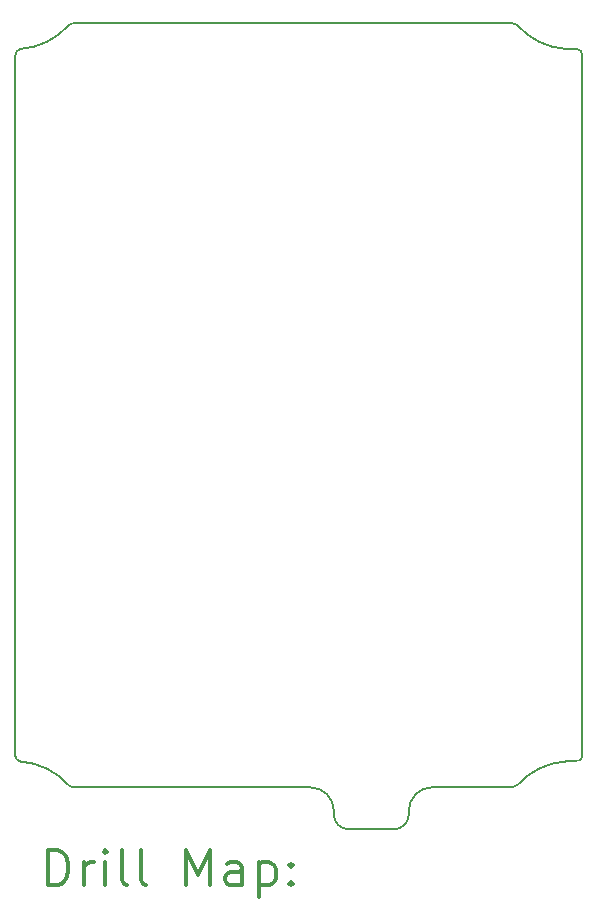
<source format=gbr>
%FSLAX45Y45*%
G04 Gerber Fmt 4.5, Leading zero omitted, Abs format (unit mm)*
G04 Created by KiCad (PCBNEW 5.1.10-88a1d61d58~88~ubuntu20.04.1) date 2021-05-10 20:01:07*
%MOMM*%
%LPD*%
G01*
G04 APERTURE LIST*
%TA.AperFunction,Profile*%
%ADD10C,0.200000*%
%TD*%
%ADD11C,0.200000*%
%ADD12C,0.300000*%
G04 APERTURE END LIST*
D10*
X9553000Y-4898710D02*
X9461000Y-4898710D01*
X9553013Y-4898785D02*
G75*
G02*
X9599983Y-4950000I-3031J-49925D01*
G01*
X9050544Y-4699388D02*
G75*
G03*
X9010000Y-4679980I-39562J-30592D01*
G01*
X9050702Y-4699267D02*
G75*
G03*
X9461000Y-4898710I448331J400557D01*
G01*
X9550000Y-10931270D02*
X9459050Y-10931270D01*
X4842946Y-4898572D02*
G75*
G03*
X4800000Y-4949000I7054J-49509D01*
G01*
X5249851Y-4698882D02*
G75*
G02*
X5290000Y-4680000I39149J-31118D01*
G01*
X5249817Y-4698851D02*
G75*
G02*
X4842946Y-4898576I-448867J400121D01*
G01*
X5251248Y-11132784D02*
G75*
G03*
X5289000Y-11150000I37752J32784D01*
G01*
X5251274Y-11132762D02*
G75*
G03*
X4840950Y-10931270I-450324J-398508D01*
G01*
X4841318Y-10931240D02*
G75*
G02*
X4800000Y-10882000I8682J49240D01*
G01*
X9051610Y-11129527D02*
G75*
G02*
X9459050Y-10931270I447440J-401743D01*
G01*
X9051483Y-11129413D02*
G75*
G02*
X9009000Y-11150000I-40483J29413D01*
G01*
X9550000Y-10931286D02*
G75*
G03*
X9600000Y-10880000I0J50016D01*
G01*
X7495800Y-11348120D02*
X7495800Y-11378600D01*
X7297680Y-11150000D02*
X5289000Y-11150000D01*
X8003800Y-11505600D02*
X7617720Y-11505600D01*
X8130800Y-11348120D02*
X8130800Y-11383680D01*
X8329000Y-11150000D02*
X9009000Y-11150000D01*
X8130698Y-11383676D02*
G75*
G02*
X8003800Y-11505600I-126899J5076D01*
G01*
X7617724Y-11505498D02*
G75*
G02*
X7495800Y-11378600I5076J126899D01*
G01*
X7297680Y-11150000D02*
G75*
G02*
X7495800Y-11348120I0J-198120D01*
G01*
X8130800Y-11348120D02*
G75*
G02*
X8328920Y-11150000I198120J0D01*
G01*
X9600000Y-4950000D02*
X9600000Y-10880000D01*
X5290000Y-4680000D02*
X9010000Y-4679980D01*
X4800000Y-10882000D02*
X4800000Y-4949000D01*
D11*
D12*
X5076420Y-11981314D02*
X5076420Y-11681314D01*
X5147849Y-11681314D01*
X5190706Y-11695600D01*
X5219277Y-11724171D01*
X5233563Y-11752743D01*
X5247849Y-11809886D01*
X5247849Y-11852743D01*
X5233563Y-11909886D01*
X5219277Y-11938457D01*
X5190706Y-11967029D01*
X5147849Y-11981314D01*
X5076420Y-11981314D01*
X5376420Y-11981314D02*
X5376420Y-11781314D01*
X5376420Y-11838457D02*
X5390706Y-11809886D01*
X5404991Y-11795600D01*
X5433563Y-11781314D01*
X5462134Y-11781314D01*
X5562134Y-11981314D02*
X5562134Y-11781314D01*
X5562134Y-11681314D02*
X5547849Y-11695600D01*
X5562134Y-11709886D01*
X5576420Y-11695600D01*
X5562134Y-11681314D01*
X5562134Y-11709886D01*
X5747848Y-11981314D02*
X5719277Y-11967029D01*
X5704991Y-11938457D01*
X5704991Y-11681314D01*
X5904991Y-11981314D02*
X5876420Y-11967029D01*
X5862134Y-11938457D01*
X5862134Y-11681314D01*
X6247848Y-11981314D02*
X6247848Y-11681314D01*
X6347848Y-11895600D01*
X6447848Y-11681314D01*
X6447848Y-11981314D01*
X6719277Y-11981314D02*
X6719277Y-11824171D01*
X6704991Y-11795600D01*
X6676420Y-11781314D01*
X6619277Y-11781314D01*
X6590706Y-11795600D01*
X6719277Y-11967029D02*
X6690706Y-11981314D01*
X6619277Y-11981314D01*
X6590706Y-11967029D01*
X6576420Y-11938457D01*
X6576420Y-11909886D01*
X6590706Y-11881314D01*
X6619277Y-11867029D01*
X6690706Y-11867029D01*
X6719277Y-11852743D01*
X6862134Y-11781314D02*
X6862134Y-12081314D01*
X6862134Y-11795600D02*
X6890706Y-11781314D01*
X6947848Y-11781314D01*
X6976420Y-11795600D01*
X6990706Y-11809886D01*
X7004991Y-11838457D01*
X7004991Y-11924171D01*
X6990706Y-11952743D01*
X6976420Y-11967029D01*
X6947848Y-11981314D01*
X6890706Y-11981314D01*
X6862134Y-11967029D01*
X7133563Y-11952743D02*
X7147848Y-11967029D01*
X7133563Y-11981314D01*
X7119277Y-11967029D01*
X7133563Y-11952743D01*
X7133563Y-11981314D01*
X7133563Y-11795600D02*
X7147848Y-11809886D01*
X7133563Y-11824171D01*
X7119277Y-11809886D01*
X7133563Y-11795600D01*
X7133563Y-11824171D01*
M02*

</source>
